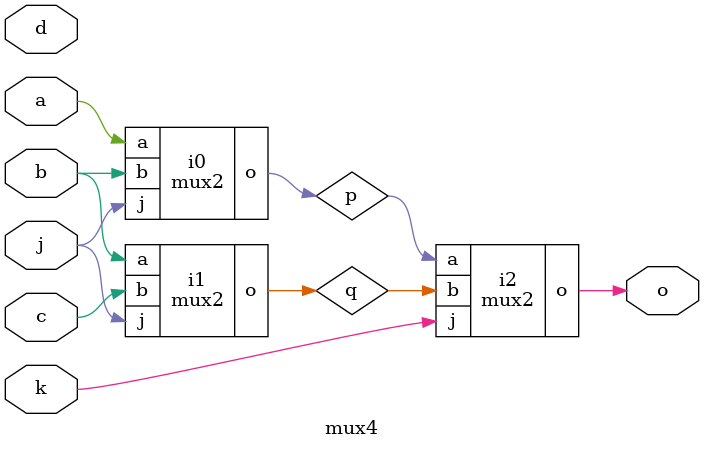
<source format=v>
module mux2 (input wire a,b,  input wire j, output wire o);
assign o = (j == 0)? a : b;
endmodule
module mux4( input wire a, b , c , d , input wire j, k, output o);
	wire p, q;
	mux2 i0(a, b, j, p);
	mux2 i1(b, c, j, q);
	mux2 i2(p, q, k, o); 
endmodule

</source>
